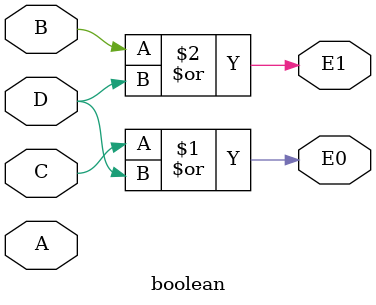
<source format=v>
`timescale 1ns / 1ps

module boolean(
    input A,
    input B,
    input C,
    input D,
    output E0,
    output E1 
 
    );

assign E0 = (C) | (D);
assign E1 = (B) | (D);

endmodule
</source>
